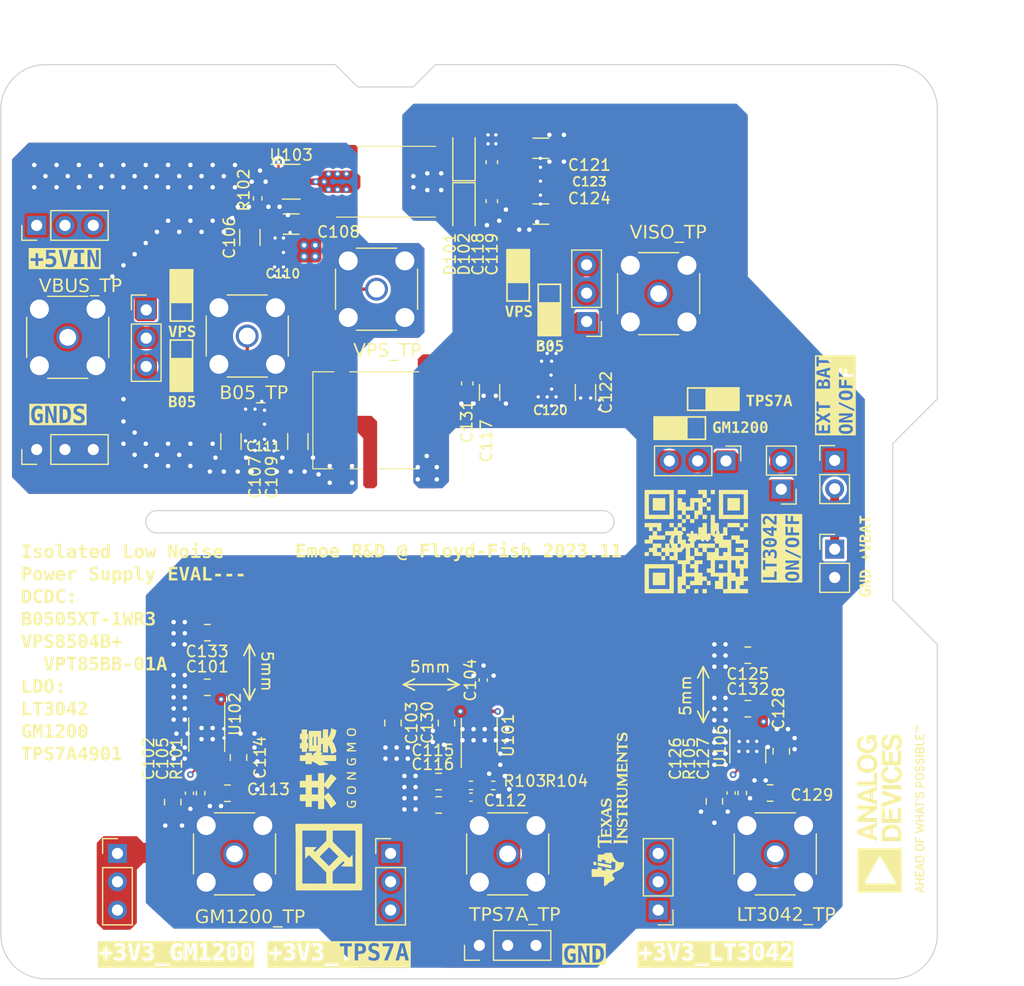
<source format=kicad_pcb>
(kicad_pcb (version 20221018) (generator pcbnew)
  (layers (0 "F.Cu" mixed) (1 "In1.Cu" mixed) (2 "In2.Cu" power) (31 "B.Cu" mixed) (34 "B.Paste" user) (35 "F.Paste" user) (36 "B.SilkS" user "B.Silkscreen") (37 "F.SilkS" user "F.Silkscreen") (38 "B.Mask" user) (39 "F.Mask" user) (44 "Edge.Cuts" user))
  (net 0 "")
  (net 1 "Net-(BT101-+)")
  (net 2 "GND")
  (net 3 "Net-(J103-Pin_1)")
  (net 4 "Net-(U102-SET)")
  (net 5 "Net-(J105-Pin_1)")
  (net 6 "Net-(U101-NR{slash}SS)")
  (net 7 "Net-(J106-Pin_1)")
  (net 8 "GNDS")
  (net 9 "Net-(J106-Pin_3)")
  (net 10 "Net-(J107-In)")
  (net 11 "Net-(J108-In)")
  (net 12 "/+3V3_REG")
  (net 13 "Net-(U101-FB)")
  (net 14 "Net-(J109-In)")
  (net 15 "Net-(U104-VOUT+)")
  (net 16 "Net-(D101-K)")
  (net 17 "Net-(J114-Pin_1)")
  (net 18 "Net-(J114-Pin_3)")
  (net 19 "Net-(J118-Pin_1)")
  (net 20 "Net-(U106-SET)")
  (net 21 "Net-(J116-In)")
  (net 22 "Net-(D101-A)")
  (net 23 "Net-(D102-A)")
  (net 24 "Net-(J101-Pin_1)")
  (net 25 "Net-(U103-CLK)")
  (net 29 "Net-(U103-VD2)")
  (net 30 "Net-(U103-VD1)")
  (net 33 "Net-(J105-Pin_3)")
  (footprint "Connector_Coaxial:SMA_Amphenol_132134_Vertical" (layer "F.Cu") (at 126.7 48.14)
    (fp_text reference "J107" hide)
    (fp_text value "TP")
  )
  (footprint "Connector_PinHeader_2.54mm:PinHeader_1x03_P2.54mm_Vertical" (layer "F.Cu") (at 96.215 62.52 90)
    (fp_text reference "J102" hide)
    (fp_text value "GNDS")
  )
  (footprint "Resistor_SMD:R_0402_1005Metric" (layer "F.Cu") (at 137.17 92.65)
    (fp_text reference "R104")
    (fp_text value "100k")
  )
  (footprint "Package_DFN_QFN:DFN-10-1EP_3x3mm_P0.5mm_EP1.65x2.38mm" (layer "F.Cu") (at 160.000001 89.129999 -90)
    (fp_text reference "U106")
    (fp_text value "LT3042EDD")
  )
  (footprint "Connector_PinHeader_2.54mm:PinHeader_1x02_P2.54mm_Vertical" (layer "F.Cu") (at 167.79 63.5)
    (fp_text reference "J103" hide)
    (fp_text value "VBAT")
  )
  (footprint "Capacitor_SMD:C_0603_1608Metric" (layer "F.Cu") (at 137.04 40.25 -90)
    (fp_text reference "C119")
    (fp_text value "100nF")
  )
  (footprint "MountingHole:MountingHole_3.2mm_M3_DIN965" (layer "F.Cu") (at 173 106)
    (fp_text reference "H103" hide)
    (fp_text value "MH")
  )
  (footprint "Connector_Coaxial:SMA_Amphenol_132134_Vertical" (layer "F.Cu") (at 162.46 98.79 -90)
    (fp_text reference "J116" hide)
    (fp_text value "TP")
  )
  (footprint "Custom Misc:NFM21PC225B0J3D" (layer "F.Cu") (at 141.44 38.5)
    (fp_text reference "C123")
    (fp_text value "NFM21PC225")
  )
  (footprint "Resistor_SMD:R_0402_1005Metric" (layer "F.Cu") (at 116.04 40 90)
    (fp_text reference "R102")
    (fp_text value "N/S")
  )
  (footprint "Capacitor_SMD:C_1206_3216Metric" (layer "F.Cu") (at 119.04 42.3 180)
    (fp_text reference "C108")
    (fp_text value "10uF")
  )
  (footprint "Capacitor_SMD:C_0402_1005Metric" (layer "F.Cu") (at 135.17 93.699999)
    (fp_text reference "C112")
    (fp_text value "10nF")
  )
  (footprint "Connector_Coaxial:SMA_Amphenol_132134_Vertical" (layer "F.Cu") (at 99 52.46)
    (fp_text reference "J104" hide)
    (fp_text value "TP")
  )
  (footprint "Resistor_SMD:R_0402_1005Metric" (layer "F.Cu") (at 110.92 93.35 90)
    (fp_text reference "R101")
    (fp_text value "33k")
  )
  (footprint "Capacitor_SMD:C_0805_2012Metric" (layer "F.Cu") (at 111.52 78.949999 180)
    (fp_text reference "C133")
    (fp_text value "4.7uF")
  )
  (footprint "Capacitor_SMD:C_0805_2012Metric" (layer "F.Cu") (at 160.000001 85.77 180)
    (fp_text reference "C132")
    (fp_text value "4.7uF")
  )
  (footprint "Capacitor_SMD:C_1206_3216Metric" (layer "F.Cu") (at 141.44 41.4 180)
    (fp_text reference "C124")
    (fp_text value "10uF")
  )
  (footprint "Diode_SMD:D_SOD-123F" (layer "F.Cu") (at 134.54 40.800001 -90)
    (fp_text reference "D102")
    (fp_text value "SS14")
  )
  (footprint "Capacitor_SMD:C_0805_2012Metric" (layer "F.Cu") (at 113.32 93.35 180)
    (fp_text reference "C113")
    (fp_text value "4.7uF")
  )
  (footprint "Connector_PinHeader_2.54mm:PinHeader_1x03_P2.54mm_Vertical" (layer "F.Cu") (at 103.46 98.75)
    (fp_text reference "J113" hide)
    (fp_text value "+3V3B")
  )
  (footprint "Capacitor_SMD:C_1206_3216Metric" (layer "F.Cu") (at 113.64 61.8 -90)
    (fp_text reference "C107")
    (fp_text value "10uF")
  )
  (footprint "Capacitor_SMD:C_1206_3216Metric" (layer "F.Cu") (at 136.84 57.4 -90)
    (fp_text reference "C117")
    (fp_text value "10uF")
  )
  (footprint "Connector_Coaxial:SMA_Amphenol_132134_Vertical" (layer "F.Cu") (at 113.96 98.79 -90)
    (fp_text reference "J109" hide)
    (fp_text value "TP")
  )
  (footprint "Capacitor_SMD:C_1206_3216Metric" (layer "F.Cu") (at 141.44 35.5)
    (fp_text reference "C121")
    (fp_text value "10uF")
  )
  (footprint "Custom Misc:NFM21PC225B0J3D" (layer "F.Cu") (at 118.34 44.9)
    (fp_text reference "C110")
    (fp_text value "NFM21PC225")
  )
  (footprint "Capacitor_SMD:C_0805_2012Metric" (layer "F.Cu") (at 128.17 87.05 -90)
    (fp_text reference "C103")
    (fp_text value "4.7uF")
  )
  (footprint "Custom Misc:VPT85XX-0XA" (layer "F.Cu") (at 127.54 38.5)
    (fp_text reference "U105" hide)
    (fp_text value "VPT85BB-01A")
  )
  (footprint "Connector_Coaxial:SMA_Amphenol_132134_Vertical" (layer "F.Cu") (at 152 48.54)
    (fp_text reference "J115" hide)
    (fp_text value "TP")
  )
  (footprint "Connector_PinHeader_2.54mm:PinHeader_1x03_P2.54mm_Vertical" (layer "F.Cu") (at 106.04 49.995)
    (fp_text reference "J106" hide)
    (fp_text value "IN_SW")
  )
  (footprint "Connector_PinHeader_2.54mm:PinHeader_1x03_P2.54mm_Vertical" (layer "F.Cu") (at 158.04 63.54 -90)
    (fp_text reference "J105" hide)
    (fp_text value "IN_SW")
  )
  (footprint "Capacitor_SMD:C_0805_2012Metric" (layer "F.Cu") (at 132.269999 92.3 180)
    (fp_text reference "C115")
    (fp_text value "4.7uF")
  )
  (footprint "Capacitor_SMD:C_0805_2012Metric" (layer "F.Cu") (at 132.97 87.05 -90)
    (fp_text reference "C130")
    (fp_text value "4.7uF")
  )
  (footprint "Capacitor_SMD:C_0603_1608Metric" (layer "F.Cu") (at 134.84 56.6 -90)
    (fp_text reference "C131")
    (fp_text value "100nF")
  )
  (footprint "Custom Misc:NFM21PC225B0J3D" (layer "F.Cu") (at 142.34 55.9)
    (fp_text reference "C120")
    (fp_text value "NFM21PC225")
  )
  (footprint "Capacitor_SMD:C_0805_2012Metric" (layer "F.Cu") (at 157 94.08 -90)
    (fp_text reference "C126")
    (fp_text value "4.7uF")
  )
  (footprint "Connector_Coaxial:SMA_Amphenol_132134_Vertical" (layer "F.Cu") (at 115.1 52.34)
    (fp_text reference "J108" hide)
    (fp_text value "TP")
  )
  (footprint "Capacitor_SMD:C_0805_2012Metric" (layer "F.Cu") (at 162.000002 93.33 180)
    (fp_text reference "C129")
    (fp_text value "4.7uF")
  )
  (footprint "Connector_PinHeader_2.54mm:PinHeader_1x02_P2.54mm_Vertical" (layer "F.Cu") (at 163 66.08 180)
    (fp_text reference "J118" hide)
    (fp_text value "JMP")
  )
  (footprint "Capacitor_SMD:C_0805_2012Metric" (layer "F.Cu") (at 108.420001 94.15 -90)
    (fp_text reference "C102")
    (fp_text value "4.7uF")
  )
  (footprint "Custom_Logo:GongMo_Logo_16mmx7.6mm" (layer "F.Cu") (at 122.2 94.889894 90)
    (fp_text reference "G***" hide)
    (fp_text value "LOGO" hide)
  )
  (footprint "Capacitor_SMD:C_0805_2012Metric" (layer "F.Cu") (at 163 89.58 90)
    (fp_text reference "C128")
    (fp_text value "4.7uF")
  )
  (footprint "Connector_PinHeader_2.54mm:PinHeader_1x03_P2.54mm_Vertical" (layer "F.Cu") (at 145.54 51.04 180)
    (fp_text reference "J114" hide)
    (fp_text value "IN_SW")
  )
  (footprint "Capacitor_SMD:C_1206_3216Metric" (layer "F.Cu") (at 119.64 61.8 -90)
    (fp_text reference "C109")
    (fp_text value "10uF")
  )
  (footprint "Capacitor_SMD:C_1206_3216Metric" (layer "F.Cu") (at 115.34 43.5 90)
    (fp_text reference "C106")
    (fp_text value "10uF")
  )
  (footprint "Resistor_SMD:R_0402_1005Metric" (layer "F.Cu") (at 159.5 93.33 90)
    (fp_text reference "R105")
    (fp_text value "33k")
  )
  (footprint "Connector_PinHeader_2.54mm:PinHeader_1x03_P2.54mm_Vertical" (layer "F.Cu") (at 96.215 42.42 90)
    (fp_text reference "J101" hide)
    (fp_text value "VBUS")
  )
  (footprint "Connector_PinHeader_2.54mm:PinHeader_1x03_P2.54mm_Vertical" (layer "F.Cu") (at 135.920001 107 90)
    (fp_text reference "J112" hide)
    (fp_text value "GND")
  )
  (footprint "Resistor_SMD:R_0402_1005Metric" (layer "F.Cu") (at 135.17 92.65)
    (fp_text reference "R103")
    (fp_text value "180k")
  )
  (footprint "Connector_Coaxial:SMA_Amphenol_132134_Vertical" (layer "F.Cu") (at 138.46 98.79 90)
    (fp_text reference "J110" hide)
    (fp_text value "TP")
  )
  (footprint "Capacitor_SMD:C_0805_2012Metric" (layer "F.Cu") (at 159.999999 80.97 180)
    (fp_text reference "C125")
    (fp_text value "4.7uF")
  )
  (footprint "Connector_PinHeader_2.54mm:PinHeader_1x03_P2.54mm_Vertical" (layer "F.Cu") (at 151.96 103.83 180)
    (fp_text reference "J117" hide)
    (fp_text value "+3V3C")
  )
  (footprint "Capacitor_SMD:C_0402_1005Metric" (layer "F.Cu") (at 136.27 83.2 90)
    (fp_text reference "C104")
    (fp_text value "10nF")
  )
  (footprint "Connector_PinHeader_2.54mm:PinHeader_1x02_P2.54mm_Vertical" (layer "F.Cu") (at 167.79 71.46)
    (fp_text reference "BT101" hide)
    (fp_text value "4V2_14500")
  )
  (footprint "Connector_PinHeader_2.54mm:PinHeader_1x03_P2.54mm_Vertical" (layer "F.Cu") (at 127.96 98.75)
    (fp_text reference "J111" hide)
    (fp_text value "+3V3A")
  )
  (footprint "Custom_Logo:ADI_Logo_15mmx6mm" (layer "F.Cu") (at 172.8 94.8 90)
    (fp_text reference "G***" hide)
    (fp_text value "LOGO" hide)
  )
  (footprint "Custom Misc:NFM21PC225B0J3D" (layer "F.Cu") (at 116.64 60.3)
    (fp_text reference "C111")
    (fp_text value "NFM21PC225")
  )
  (footprint "Capacitor_SMD:C_0805_2012Metric" (layer "F.Cu") (at 132.27 94.4 180)
    (fp_text reference "C116")
    (fp_text value "4.7uF")
  )
  (footprint "Capacitor_SMD:C_0603_1608Metric" (layer "F.Cu") (at 137.04 36.75 90)
    (fp_text reference "C118")
    (fp_text value "100nF")
  )
  (footprint "Custom_Logo:emoe_qrcode_silk_10x10mm" (layer "F.Cu") (at 155.4 70.8)
    (fp_text reference "G***")
    (fp_text value "LOGO" hide)
  )
  (footprint "Diode_SMD:D_SOD-123F" (layer "F.Cu") (at 134.54 36.2 90)
    (fp_text reference "D101")
    (fp_text value "SS14")
  )
  (footprint "Capacitor_SMD:C_0805_2012Metric" (layer "F.Cu") (at 114.32 90.15 90)
    (fp_text reference "C114")
    (fp_text value "4.7uF")
  )
  (footprint "Capacitor_SMD:C_0805_2012Metric" (layer "F.Cu") (at 111.520001 83.85 180)
    (fp_text reference "C101")
    (fp_text value "4.7uF")
  )
  (footprint "Package_TO_SOT_SMD:SOT-23-6" (layer "F.Cu") (at 119.04 38.5)
    (fp_text reference "U103")
    (fp_text value "VPS8504B")
  )
  (footprint "MountingHole:MountingHole_3.2mm_M3_DIN965" (layer "F.Cu") (at 97 32)
    (fp_text reference "H101" hide)
    (fp_text value "MH")
  )
  (footprint "MountingHole:MountingHole_3.2mm_M3_DIN965" (layer "F.Cu") (at 173 32)
    (fp_text reference "H102" hide)
    (fp_text value "MH")
  )
  (footprint "Package_SO:MSOP-8-1EP_3x3mm_P0.65mm_EP1.95x2.15mm" (layer "F.Cu") (at 135.91 88.16 90)
    (fp_text reference "U101")
    (fp_text value "TPS7A4901")
  )
  (footprint "Capacitor_SMD:C_0402_1005Metric" (layer "F.Cu") (at 158.5 93.33 -90)
    (fp_text reference "C127")
    (fp_text value "0.47uF")
  )
  (footprint "Custom Misc:B0505XT-1W" (layer "F.Cu") (at 127.44 59.9)
    (fp_text reference "U104" hide)
    (fp_text value "B0505XT-1WR3")
  )
  (footprint "Package_SO:MSOP-10-1EP_3x3mm_P0.5mm_EP1.68x1.88mm" (layer "F.Cu") (at 111.47 88.1 -90)
    (fp_text reference "U102")
    (fp_text value "GM1200")
  )
  (footprint "MountingHole:MountingHole_3.2mm_M3_DIN965" (layer "F.Cu") (at 97 106)
    (fp_text reference "H104" hide)
    (fp_text value "MH")
  )
  (footprint "Custom_Logo:TI_Logo_15mm_4.5mm" (layer "F.Cu") (at 147.602257 94.799148 90)
    (fp_text reference "G***" hide)
    (fp_text value "LOGO" hide)
  )
  (footprint "Capacitor_SMD:C_1206_3216Metric" (layer "F.Cu") (at 145.44 57.4 -90)
    (fp_text reference "C122")
    (fp_text value "10uF")
  )
  (footprint "Capacitor_SMD:C_0402_1005Metric" (layer "F.Cu") (at 109.92 93.35 -90)
    (fp_text reference "C105")
    (fp_text value "0.47uF")
  )
  (gr_line (start 115.3 80) (end 114.8 81) (stroke (width 0.15)) (layer "F.SilkS"))
  (gr_line (start 138.4 44.6) (end 140.4 44.6) (stroke (width 0.15)) (layer "F.SilkS"))
  (gr_line (start 156.2 61.600001) (end 151.6 61.6) (stroke (width 0.15)) (layer "F.SilkS"))
  (gr_line (start 115.3 85) (end 115.8 84) (stroke (width 0.15)) (layer "F.SilkS"))
  (gr_line (start 156 87) (end 155.5 86) (stroke (width 0.15)) (layer "F.SilkS"))
  (gr_line (start 143.2 52.3) (end 141.2 52.300001) (stroke (width 0.15)) (layer "F.SilkS"))
  (gr_line (start 151.6 59.6) (end 156.2 59.6) (stroke (width 0.15)) (layer "F.SilkS"))
  (gr_line (start 156 82) (end 155.5 83) (stroke (width 0.15)) (layer "F.SilkS"))
  (gr_line (start 129.1 83.6) (end 134.1 83.6) (stroke (width 0.15)) (layer "F.SilkS"))
  (gr_line (start 156 87) (end 156.5 86) (stroke (width 0.15)) (layer "F.SilkS"))
  (gr_line (start 159.2 57) (end 159.200001 59) (stroke (width 0.15)) (layer "F.SilkS"))
  (gr_line (start 141.2 52.300001) (end 141.2 47.699999) (stroke (width 0.15)) (layer "F.SilkS"))
  (gr_line (start 110.2 52.7) (end 110.2 57.3) (stroke (width 0.15)) (layer "F.SilkS"))
  (gr_line (start 110.2 46.4) (end 110.2 51) (stroke (width 0.15)) (layer "F.SilkS"))
  (gr_line (start 141.2 47.699999) (end 143.2 47.7) (stroke (width 0.15)) (layer "F.SilkS"))
  (gr_line (start 129.1 83.6) (end 130.1 83.1) (stroke (width 0.15)) (layer "F.SilkS"))
  (gr_line (start 156 87) (end 156 82) (stroke (width 0.15)) (layer "F.SilkS"))
  (gr_line (start 110.2 57.3) (end 108.2 57.300001) (stroke (width 0.15)) (layer "F.SilkS"))
  (gr_line (start 108.2 57.300001) (end 108.2 52.699999) (stroke (width 0.15)) (layer "F.SilkS"))
  (gr_line (start 140.4 44.6) (end 140.4 49.2) (stroke (width 0.15)) (layer "F.SilkS"))
  (gr_line (start 159.200001 59) (end 154.6 59) (stroke (width 0.15)) (layer "F.SilkS"))
  (gr_line (start 156.2 59.6) (end 156.2 61.600001) (stroke (width 0.15)) (layer "F.SilkS"))
  (gr_line (start 154.6 57) (end 159.2 57) (stroke (width 0.15)) (layer "F.SilkS"))
  (gr_line (start 108.2 52.699999) (end 110.2 52.7) (stroke (width 0.15)) (layer "F.SilkS"))
  (gr_line (start 156 82) (end 156.5 83) (stroke (width 0.15)) (layer "F.SilkS"))
  (gr_line (start 115.3 80) (end 115.8 81) (stroke (width 0.15)) (layer "F.SilkS"))
  (gr_line (start 134.1 83.6) (end 133.1 83.1) (stroke (width 0.15)) (layer "F.SilkS"))
  (gr_line (start 140.4 49.2) (end 138.4 49.2) (stroke (width 0.15)) (layer "F.SilkS"))
  (gr_line (start 154.6 59) (end 154.6 57) (stroke (width 0.15)) (layer "F.SilkS"))
  (gr_line (start 108.2 51) (end 108.2 46.4) (stroke (width 0.15)) (layer "F.SilkS"))
  (gr_line (start 151.6 61.6) (end 151.6 59.6) (stroke (width 0.15)) (layer "F.SilkS"))
  (gr_line (start 129.1 83.6) (end 130.1 84.1) (stroke (width 0.15)) (layer "F.SilkS"))
  (gr_line (start 134.1 83.6) (end 133.1 84.1) (stroke (width 0.15)) (layer "F.SilkS"))
  (gr_line (start 110.2 51) (end 108.2 51) (stroke (width 0.15)) (layer "F.SilkS"))
  (gr_line (start 108.2 46.4) (end 110.2 46.4) (stroke (width 0.15)) (layer "F.SilkS"))
  (gr_line (start 143.2 47.7) (end 143.2 52.3) (stroke (width 0.15)) (layer "F.SilkS"))
  (gr_line (start 115.3 80) (end 115.3 85) (stroke (width 0.15)) (layer "F.SilkS"))
  (gr_line (start 138.4 49.2) (end 138.4 44.6) (stroke (width 0.15)) (layer "F.SilkS"))
  (gr_line (start 115.3 85) (end 114.8 84) (stroke (width 0.15)) (layer "F.SilkS"))
  (gr_arc (start 177 106) (mid 175.828427 108.828427) (end 173 110) (stroke (width 0.1)) (layer "Edge.Cuts"))
  (gr_arc (start 107 70) (mid 106 69) (end 107 68) (stroke (width 0.1)) (layer "Edge.Cuts"))
  (gr_line (start 123 28) (end 125 30) (stroke (width 0.1)) (layer "Edge.Cuts"))
  (gr_line (start 130 30) (end 132 28) (stroke (width 0.1)) (layer "Edge.Cuts"))
  (gr_arc (start 93 32) (mid 94.171573 29.171573) (end 97 28) (stroke (width 0.1)) (layer "Edge.Cuts"))
  (gr_arc (start 147 68) (mid 148 69) (end 147 70) (stroke (width 0.1)) (layer "Edge.Cuts"))
  (gr_line (start 177 80) (end 177 106) (stroke (width 0.1)) (layer "Edge.Cuts"))
  (gr_line (start 107 68) (end 147 68) (stroke (width 0.1)) (layer "Edge.Cuts"))
  (gr_arc (start 173 28) (mid 175.828427 29.171573) (end 177 32) (stroke (width 0.1)) (layer "Edge.Cuts"))
  (gr_line (start 173 62) (end 173 76) (stroke (width 0.1)) (layer "Edge.Cuts"))
  (gr_line (start 125 30) (end 130 30) (stroke (width 0.1)) (layer "Edge.Cuts"))
  (gr_line (start 97 28) (end 123 28) (stroke (width 0.1)) (layer "Edge.Cuts"))
  (gr_line (start 132 28) (end 173 28) (stroke (width 0.1)) (layer "Edge.Cuts"))
  (gr_line (start 93 32) (end 93 61) (stroke (width 0.1)) (layer "Edge.Cuts"))
  (gr_arc (start 97 110) (mid 94.171573 108.828427) (end 93 106) (stroke (width 0.1)) (layer "Edge.Cuts"))
  (gr_line (start 93 61) (end 93 106) (stroke (width 0.1)) (layer "Edge.Cuts"))
  (gr_line (start 173 76) (end 177 80) (stroke (width 0.1)) (layer "Edge.Cuts"))
  (gr_line (start 173 110) (end 145 110) (stroke (width 0.1)) (layer "Edge.Cuts"))
  (gr_line (start 107 70) (end 147 70) (stroke (width 0.1)) (layer "Edge.Cuts"))
  (gr_line (start 177 32) (end 177 58) (stroke (width 0.1)) (layer "Edge.Cuts"))
  (gr_line (start 177 58) (end 173 62) (stroke (width 0.1)) (layer "Edge.Cuts"))
  (gr_line (start 145 110) (end 97 110) (stroke (width 0.1)) (layer "Edge.Cuts"))
  (gr_text "5mm" (at 116.3 80.5 -90) (layer "F.SilkS") (effects (font (size 1 1)) (justify left bottom)))
  (gr_text "Emoe R&D @ Floyd-Fish 2023.11" (at 119.4 72.4) (layer "F.SilkS") (effects (font (size 1.2 1.2) (thickness 0.2) bold) (justify left bottom)))
  (gr_text "VPS_TP" (at 124.6 54.4) (layer "F.SilkS") (effects (font (size 1.2 1.2)) (justify left bottom)))
  (gr_text "LT3042_TP" (at 159 105) (layer "F.SilkS") (effects (font (size 1.2 1.2)) (justify left bottom)))
  (gr_text "VBUS_TP" (at 96.4 48.6) (layer "F.SilkS") (effects (font (size 1.2 1.2)) (justify left bottom)))
  (gr_text "TPS7A" (at 159.8 58.8) (layer "F.SilkS") (effects (font (size 1 1) (thickness 0.2) bold) (justify left bottom)))
  (gr_text "Isolated Low Noise\nPower Supply EVAL---\nDCDC:\nB0505XT-1WR3\nVPS8504B+\n  VPT85BB-01A\nLDO:\nLT3042\nGM1200\nTPS7A4901" (at 94.8 90.6) (layer "F.SilkS") (effects (font (size 1.2 1.2) (thickness 0.2) bold) (justify left bottom)))
  (gr_text "+3V3_TPS7A" (at 117 108.6) (layer "F.SilkS" knockout) (effects (font (size 1.5 1.5) (thickness 0.2) bold) (justify left bottom)))
  (gr_text "GND" (at 171.2 75.8 90) (layer "F.SilkS") (effects (font (size 1 1) (thickness 0.2) bold) (justify left bottom)))
  (gr_text "5mm" (at 155 86.5 90) (layer "F.SilkS") (effects (font (size 1 1)) (justify left bottom)))
  (gr_text "+VBAT" (at 171.2 72.6 90) (layer "F.SilkS") (effects (font (size 1 1) (thickness 0.2) bold) (justify left bottom)))
  (gr_text "B05" (at 141 53.9) (layer "F.SilkS") (effects (font (size 1 1) (thickness 0.2) bold) (justify left bottom)))
  (gr_text "GM1200_TP" (at 110.4 105.2) (layer "F.SilkS") (effects (font (size 1.2 1.2)) (justify left bottom)))
  (gr_text "5mm" (at 129.6 82.6) (layer "F.SilkS") (effects (font (size 1 1)) (justify left bottom)))
  (gr_text "GND" (at 143.4 108.8) (layer "F.SilkS" knockout) (effects (font (size 1.5 1.5) (thickness 0.2) bold) (justify left bottom)))
  (gr_text "VISO_TP" (at 149.4 43.8) (layer "F.SilkS") (effects (font (size 1.2 1.2)) (justify left bottom)))
  (gr_text "EXT BAT\nON/OFF" (at 169.6 61.2 90) (layer "F.SilkS" knockout) (effects (font (size 1.2 1.2) (thickness 0.2) bold) (justify left bottom)))
  (gr_text "+5VIN" (at 95.6 46.4) (layer "F.SilkS" knockout) (effects (font (size 1.5 1.5) (thickness 0.2) bold) (justify left bottom)))
  (gr_text "LT3042\nON/OFF" (at 164.8 74.4 90) (layer "F.SilkS" knockout) (effects (font (size 1.2 1.2) (thickness 0.2) bold) (justify left bottom)))
  (gr_text "B05" (at 108 58.9) (layer "F.SilkS") (effects (font (size 1 1) (thickness 0.2) bold) (justify left bottom)))
  (gr_text "GM1200" (at 156.8 61.2) (layer "F.SilkS") (effects (font (size 1 1) (thickness 0.2) bold) (justify left bottom)))
  (gr_text "VPS" (at 138.2 50.8) (layer "F.SilkS") (effects (font (size 1 1) (thickness 0.2) bold) (justify left bottom)))
  (gr_text "B05_TP" (at 112.6 58.2) (layer "F.SilkS") (effects (font (size 1.2 1.2)) (justify left bottom)))
  (gr_text "VPS" (at 108 52.6) (layer "F.SilkS") (effects (font (size 1 1) (thickness 0.2) bold) (justify left bottom)))
  (gr_text "TPS7A_TP" (at 135 105) (layer "F.SilkS") (effects (font (size 1.2 1.2)) (justify left bottom)))
  (gr_text "+3V3_GM1200" (at 101.8 108.6) (layer "F.SilkS" knockout) (effects (font (size 1.5 1.5) (thickness 0.2) bold) (justify left bottom)))
  (gr_text "+3V3_LT3042" (at 150.2 108.6) (layer "F.SilkS" knockout) (effects (font (size 1.5 1.5) (thickness 0.2) bold) (justify left bottom)))
  (gr_text "GNDS" (at 95.6 60.4) (layer "F.SilkS" knockout) (effects (font (size 1.5 1.5) (thickness 0.2) bold) (justify left bottom)))
  (segment (start 167.79 66.04) (end 167.79 71.46) (width 0.8) (layer "F.Cu") (net 1))
  (via (at 107.75 96.25) (size 0.8) (drill 0.4) (layers "F.Cu" "B.Cu") (net 2))
  (via (at 142.8 57.8) (size 0.603) (drill 0.301) (layers "F.Cu" "B.Cu") (net 2))
  (via (at 129.2 91.8) (size 0.8) (drill 0.4) (layers "F.Cu" "B.Cu") (net 2))
  (via (at 158 82) (size 0.8) (drill 0.4) (layers "F.Cu" "B.Cu") (net 2))
  (via (at 138.2 91.8) (size 0.8) (drill 0.4) (layers "F.Cu" "B.Cu") (net 2))
  (via (at 146.7 58.9) (size 0.603) (drill 0.301) (layers "F.Cu" "B.Cu") (net 2))
  (via (at 130 39) (size 0.8) (drill 0.4) (layers "F.Cu" "B.Cu") (net 2))
  (via (at 138.4 88.6) (size 0.8) (drill 0.4) (layers "F.Cu" "B.Cu") (net 2))
  (via (at 142 53.9) (size 0.603) (drill 0.301) (layers "F.Cu" "B.Cu") (net 2))
  (via (at 116 90.5) (size 0.8) (drill 0.4) (layers "F.Cu" "B.Cu") (net 2))
  (via (at 137.4 35.1) (size 0.603) (drill 0.301) (layers "F.Cu" "B.Cu") (net 2))
  (via (at 142.4 58.6) (size 0.603) (drill 0.301) (layers "F.Cu" "B.Cu") (net 2))
  (via (at 132.1 65.2) (size 0.8) (drill 0.4) (layers "F.Cu" "B.Cu") (net 2))
  (via (at 108.5 83.75) (size 0.8) (drill 0.4) (layers "F.Cu" "B.Cu") (net 2))
  (via (at 157 82) (size 0.8) (drill 0.4) (layers "F.Cu" "B.Cu") (net 2))
  (via (at 129.2 94.8) (size 0.8) (drill 0.4) (layers "F.Cu" "B.Cu") (net 2))
  (via (at 132.75 89) (size 0.8) (drill 0.4) (layers "F.Cu" "B.Cu") (net 2))
  (via (at 112.75 94.5) (size 0.8) (drill 0.4) (layers "F.Cu" "B.Cu") (net 2))
  (via (at 157 88.8) (size 0.8) (drill 0.4) (layers "F.Cu" "B.Cu") (net 2))
  (via (at 130 38) (size 0.8) (drill 0.4) (layers "F.Cu" "B.Cu") (net 2))
  (via (at 108.75 88) (size 0.8) (drill 0.4) (layers "F.Cu" "B.Cu") (net 2))
  (via (at 128.5 90.25) (size 0.8) (drill 0.4) (layers "F.Cu" "B.Cu") (net 2))
  (via (at 145.9 57.9) (size 0.603) (drill 0.301) (layers "F.Cu" "B.Cu") (net 2))
  (via (at 135.4 87.6) (size 0.8) (drill 0.4) (layers "F.Cu" "B.Cu") (net 2))
  (via (at 141.4 36.4) (size 0.603) (drill 0.301) (layers "F.Cu" "B.Cu") (net 2))
  (via (at 115.75 88) (size 0.8) (drill 0.4) (layers "F.Cu" "B.Cu") (net 2))
  (via (at 108.5 78) (size 0.8) (drill 0.4) (layers "F.Cu" "B.Cu") (net 2))
  (via (at 145 57.9) (size 0.603) (drill 0.301) (layers "F.Cu" "B.Cu") (net 2))
  (via (at 158.2 95) (size 0.8) (drill 0.4) (layers "F.Cu" "B.Cu") (net 2))
  (via (at 164.2 89.4) (size 0.8) (drill 0.4) (layers "F.Cu" "B.Cu") (net 2))
  (via (at 157 87.8) (size 0.8) (drill 0.4) (layers "F.Cu" "B.Cu") (net 2))
  (via (at 136.3 57.7) (size 0.8) (drill 0.4) (layers "F.Cu" "B.Cu") (net 2))
  (via (at 116 93) (size 0.8) (drill 0.4) (layers "F.Cu" "B.Cu") (net 2))
  (via (at 160.6 92.2) (size 0.8) (drill 0.4) (layers "F.Cu" "B.Cu") (net 2))
  (via (at 157 85.8) (size 0.8) (drill 0.4) (layers "F.Cu" "B.Cu") (net 2))
  (via (at 131.75 88.75) (size 0.8) (drill 0.4) (layers "F.Cu" "B.Cu") (net 2))
  (via (at 163.6 87.6) (size 0.8) (drill 0.4) (layers "F.Cu" "B.Cu") (net 2))
  (via (at 109.5 86.75) (size 0.8) (drill 0.4) (layers "F.Cu" "B.Cu") (net 2))
  (via (at 158 85.8) (size 0.8) (drill 0.4) (layers "F.Cu" "B.Cu") (net 2))
  (via (at 109.5 82.75) (size 0.8) (drill 0.4) (layers "F.Cu" "B.Cu") (net 2))
  (via (at 109.5 85.75) (size 0.8) (drill 0.4) (layers "F.Cu" "B.Cu") (net 2))
  (via (at 141.4 39.7) (size 0.603) (drill 0.301) (layers "F.Cu" "B.Cu") (net 2))
  (via (at 112 87.5) (size 0.8) (drill 0.4) (layers "F.Cu" "B.Cu") (net 2))
  (via (at 138.3 41) (size 0.8) (drill 0.4) (layers "F.Cu" "B.Cu") (net 2))
  (via (at 135.4 58.4) (size 0.8) (drill 0.4) (layers "F.Cu" "B.Cu") (net 2))
  (via (at 137.8 90.8) (size 0.8) (drill 0.4) (layers "F.Cu" "B.Cu") (net 2))
  (via (at 142.4 53.1) (size 0.603) (drill 0.301) (layers "F.Cu" "B.Cu") (net 2))
  (via (at 158 88.8) (size 0.8) (drill 0.4) (layers "F.Cu" "B.Cu") (net 2))
  (via (at 113.02 88.4) (size 0.603) (drill 0.301) (layers "F.Cu" "B.Cu") (net 2))
  (via (at 141.5 53.1) (size 0.603) (drill 0.301) (layers "F.Cu" "B.Cu") (net 2))
  (via (at 113 87.57) (size 0.603) (drill 0.301) (layers "F.Cu" "B.Cu") (net 2))
  (via (at 158 89.8) (size 0.8) (drill 0.4) (layers "F.Cu" "B.Cu") (net 2))
  (via (at 137.6 93.6) (size 0.8) (drill 0.4) (layers "F.Cu" "B.Cu") (net 2))
  (via (at 138.3 58.4) (size 0.8) (drill 0.4) (layers "F.Cu" "B.Cu") (net 2))
  (via (at 141.5 58.6) (size 0.603) (drill 0.301) (layers "F.Cu" "B.Cu") (net 2))
  (via (at 160 88.7) (size 0.603) (drill 0.301) (layers "F.Cu" "B.Cu") (net 2))
  (via (at 109.5 90.25) (size 0.8) (drill 0.4) (layers "F.Cu" "B.Cu") (net 2))
  (via (at 109.5 78) (size 0.8) (drill 0.4) (layers "F.Cu" "B.Cu") (net 2))
  (via (at 158 86.8) (size 0.8) (drill 0.4) (layers "F.Cu" "B.Cu") (net 2))
  (via (at 114.5 88) (size 0.8) (drill 0.4) (layers "F.Cu" "B.Cu") (net 2))
  (via (at 127.5 90.25) (size 0.8) (drill 0.4) (layers "F.Cu" "B.Cu") (net 2))
  (via (at 142.35 55.85) (size 0.603) (drill 0.301) (layers "F.Cu" "B.Cu") (net 2))
  (via (at 157 80) (size 0.8) (drill 0.4) (layers "F.Cu" "B.Cu") (net 2))
  (via (at 109.5 79) (size 0.8) (drill 0.4) (layers "F.Cu" "B.Cu") (net 2))
  (via (at 137.2 82.8) (size 0.8) (drill 0.4) (layers "F.Cu" "B.Cu") (net 2))
  (via (at 157 84.8) (size 0.8) (drill 0.4) (layers "F.Cu" "B.Cu") (net 2))
  (via (at 159.228287 88.714184) (size 0.603) (drill 0.301) (layers "F.Cu" "B.Cu") (net 2))
  (via (at 110 94.75) (size 0.8) (drill 0.4) (layers "F.Cu" "B.Cu") (net 2))
  (via (at 136.4 87.6) (size 0.8) (drill 0.4) (layers "F.Cu" "B.Cu") (net 2))
  (via (at 158 87.8) (size 0.8) (drill 0.4) (layers "F.Cu" "B.Cu") (net 2))
  (via (at 137.4 87.6) (size 0.8) (drill 0.4) (layers "F.Cu" "B.Cu") (net 2))
  (via (at 109.5 84.75) (size 0.8) (drill 0.4) (layers "F.Cu" "B.Cu") (net 2))
  (via (at 108.5 80) (size 0.8) (drill 0.4) (layers "F.Cu" "B.Cu") (net 2))
  (via (at 131.25 39.25) (size 0.8) (drill 0.4) (layers "F.Cu" "B.Cu") (net 2))
  (via (at 109.25 96.25) (size 0.8) (drill 0.4) (layers "F.Cu" "B.Cu") (net 2))
  (via (at 141.2 57.8) (size 0.603) (drill 0.301) (layers "F.Cu" "B.Cu") (net 2))
  (via (at 108.5 86.75) (size 0.8) (drill 0.4) (layers "F.Cu" "B.Cu") (net 2))
  (via (at 143.5 36.7) (size 0.8) (drill 0.4) (layers "F.Cu" "B.Cu") (net 2))
  (via (at 132.5 39.25) (size 0.8) (drill 0.4) (layers "F.Cu" "B.Cu") (net 2))
  (via (at 137.4 34.3) (size 0.603) (drill 0.301) (layers "F.Cu" "B.Cu") (net 2))
  (via (at 159.2 89.6) (size 0.603) (drill 0.301) (layers "F.Cu" "B.Cu") (net 2))
  (via (at 142.4 57.1) (size 0.603) (drill 0.301) (layers "F.Cu" "B.Cu") (net 2))
  (via (at 132.5 37.75) (size 0.8) (drill 0.4) (layers "F.Cu" "B.Cu") (net 2))
  (via (at 157 96) (size 0.8) (drill 0.4) (layers "F.Cu" "B.Cu") (net 2))
  (via (at 137.8 89.8) (size 0.8) (drill 0.4) (layers "F.Cu" "B.Cu") (net 2))
  (via (at 108.5 79) (size 0.8) (drill 0.4) (layers "F.Cu" "B.Cu") (net 2))
  (via (at 141.4 37.2) (size 0.603) (drill 0.301) (layers "F.Cu" "B.Cu") (net 2))
  (via (at 131.75 87.75) (size 0.8) (drill 0.4) (layers "F.Cu" "B.Cu") (net 2))
  (via (at 112 88.5) (size 0.8) (drill 0.4) (layers "F.Cu" "B.Cu") (net 2))
  (via (at 130.2 93.8) (size 0.8) (drill 0.4) (layers "F.Cu" "B.Cu") (net 2))
  (via (at 130.2 92.8) (size 0.8) (drill 0.4) (layers "F.Cu" "B.Cu") (net 2))
  (via (at 143.5 34.3) (size 0.8) (drill 0.4) (layers "F.Cu" "B.Cu") (net 2))
  (via (at 129.5 89.25) (size 0.8) (drill 0.4) (layers "F.Cu" "B.Cu") (net 2))
  (via (at 164.2 88.4) (size 0.8) (drill 0.4) (layers "F.Cu" "B.Cu") (net 2))
  (via (at 134.4 88.6) (size 0.8) (drill 0.4) (layers "F.Cu" "B.Cu") (net 2))
  (via (at 135.4 88.6) (size 0.8) (drill 0.4) (layers "F.Cu" "B.Cu") (net 2))
  (via (at 140.4 42.8) (size 0.8) (drill 0.4) (layers "F.Cu" "B.Cu") (net 2))
  (via (at 141.4 40.5) (size 0.603) (drill 0.301) (layers "F.Cu" "B.Cu") (net 2))
  (via (at 137.4 57.7) (size 0.8) (drill 0.4) (layers "F.Cu" "B.Cu") (net 2))
  (via (at 157 90.8) (size 0.8) (drill 0.4) (layers "F.Cu" "B.Cu") (net 2))
  (via (at 160.8 88.7) (size 0.603) (drill 0.301) (layers "F.Cu" "B.Cu") (net 2))
  (via (at 142.8 53.9) (size 0.603) (drill 0.301) (layers "F.Cu" "B.Cu") (net 2))
  (via (at 129.2 93.8) (size 0.8) (drill 0.4) (layers "F.Cu" "B.Cu") (net 2))
  (via (at 158 80) (size 0.8) (drill 0.4) (layers "F.Cu" "B.Cu") (net 2))
  (via (at 157 86.8) (size 0.8) (drill 0.4) (layers "F.Cu" "B.Cu") (net 2))
  (via (at 111 87.5) (size 0.8) (drill 0.4) (layers "F.Cu" "B.Cu") (net 2))
  (via (at 142.2 36.7) (size 0.8) (drill 0.4) (layers "F.Cu" "B.Cu") (net 2))
  (via (at 160.8 89.6) (size 0.603) (drill 0.301) (layers "F.Cu" "B.Cu") (net 2))
  (via (at 128.5 89.25) (size 0.8) (drill 0.4) (layers "F.Cu" "B.Cu") (net 2))
  (via (at 137.7 42) (size 0.8) (drill 0.4) (layers "F.Cu" "B.Cu") (net 2))
  (via (at 109.5 83.75) (size 0.8) (drill 0.4) (layers "F.Cu" "B.Cu") (net 2))
  (via (at 142.2 34.3) (size 0.8) (drill 0.4) (layers "F.Cu" "B.Cu") (net 2))
  (via (at 158 90.8) (size 0.8) (drill 0.4) (layers "F.Cu" "B.Cu") (net 2))
  (via (at 155.8 95) (size 0.8) (drill 0.4) (layers "F.Cu" "B.Cu") (net 2))
  (via (at 138.6 93) (size 0.8) (drill 0.4) (layers "F.Cu" "B.Cu") (net 2))
  (via (at 136.7 35.1) (size 0.603) (drill 0.301) (layers "F.Cu" "B.Cu") (net 2))
  (via (at 136.8 91.6) (size 0.8) (drill 0.4) (layers "F.Cu" "B.Cu") (net 2))
  (via (at 131.2 63.1) (size 0.8) (drill 0.4) (layers "F.Cu" "B.Cu") (net 2))
  (via (at 139.5 42.8) (size 0.8) (drill 0.4) (layers "F.Cu" "B.Cu") (net 2))
  (via (at 129.5 90.25) (size 0.8) (drill 0.4) (layers "F.Cu" "B.Cu") (net 2))
  (via (at 129.2 92.8) (size 0.8) (drill 0.4) (layers "F.Cu" "B.Cu") (net 2))
  (via (at 161.8 89.2) (size 0.8) (drill 0.4) (layers "F.Cu" "B.Cu") (net 2))
  (via (at 108.5 89.25) (size 0.8) (drill 0.4) (layers "F.Cu" "B.Cu") (net 2))
  (via (at 108.5 90.25) (size 0.8) (drill 0.4) (layers "F.Cu" "B.Cu") (net 2))
  (via (at 131.25 37.75) (size 0.8) (drill 0.4) (layers "F.Cu" "B.Cu") (net 2))
  (via (at 130.4 65.2) (size 0.8) (drill 0.4) (layers "F.Cu" "B.Cu") (net 2))
  (via (at 115.75 89.25) (size 0.8) (drill 0.4) (layers "F.Cu" "B.Cu") (net 2))
  (via (at 136.6 42.4) (size 0.8) (drill 0.4) (layers "F.Cu" "B.Cu") (net 2))
  (via (at 162.6 87.6) (size 0.8) (drill 0.4) (layers "F.Cu" "B.Cu") (net 2))
  (via (at 127.5 89.25) (size 0.8) (drill 0.4) (layers "F.Cu" "B.Cu") (net 2))
  (via (at 109.5 89.25) (size 0.8) (drill 0.4) (layers "F.Cu" "B.Cu") (net 2))
  (via (at 141.5 54.6) (size 0.603) (drill 0.301) (layers "F.Cu" "B.Cu") (net 2))
  (via (at 157 81) (size 0.8) (drill 0.4) (layers "F.Cu" "B.Cu") (net 2))
  (via (at 111.75 94.5) (size 0.8) (drill 0.4) (layers "F.Cu" "B.Cu") (net 2))
  (via (at 158 84.8) (size 0.8) (drill 0.4) (layers "F.Cu" "B.Cu") (net 2))
  (via (at 146.7 58.1) (size 0.603) (drill 0.301) (layers "F.Cu" "B.Cu") (net 2))
  (via (at 160 89.6) (size 0.603) (drill 0.301) (layers "F.Cu" "B.Cu") (net 2))
  (via (at 161.6 92.2) (size 0.8) (drill 0.4) (layers "F.Cu" "B.Cu") (net 2))
  (via (at 141.4 38.45) (size 0.603) (drill 0.301) (layers "F.Cu" "B.Cu") (net 2))
  (via (at 141.1 42.1) (size 0.8) (drill 0.4) (layers "F.Cu" "B.Cu") (net 2))
  (via (at 138.4 87.6) (size 0.8) (drill 0.4) (layers "F.Cu" "B.Cu") (net 2))
  (via (at 142.4 54.6) (size 0.603) (drill 0.301) (layers "F.Cu" "B.Cu") (net 2))
  (via (at 142 57.8) (size 0.603) (drill 0.301) (layers "F.Cu" "B.Cu") (net 2))
  (via (at 108.5 82.75) (size 0.8) (drill 0.4) (layers "F.Cu" "B.Cu") (net 2))
  (via (at 108.5 84.75) (size 0.8) (drill 0.4) (layers "F.Cu" "B.Cu") (net 2))
  (via (at 135.4 82.8) (size 0.8) (drill 0.4) (layers "F.Cu" "B.Cu") (net 2))
  (via (at 136.3 81.9) (size 0.8) (drill 0.4) (layers "F.Cu" "B.Cu") (net 2))
  (via (at 158 81) (size 0.8) (drill 0.4) (layers "F.Cu" "B.Cu") (net 2))
  (via (at 157 89.8) (size 0.8) (drill 0.4) (layers "F.Cu" "B.Cu") (net 2))
  (via (at 111 88.5) (size 0.8) (drill 0.4) (layers "F.Cu" "B.Cu") (net 2))
  (via (at 136.7 34.3) (size 0.603) (drill 0.301) (layers "F.Cu" "B.Cu") (net 2))
  (via (at 143.3 58.6) (size 0.603) (drill 0.301) (layers "F.Cu" "B.Cu") (net 2))
  (via (at 116 91.75) (size 0.8) (drill 0.4) (layers "F.Cu" "B.Cu") (net 2))
  (via (at 134.3 58.4) (size 0.8) (drill 0.4) (layers "F.Cu" "B.Cu") (net 2))
  (via (at 130.2 91.8) (size 0.8) (drill 0.4) (layers "F.Cu" "B.Cu") (net 2))
  (via (at 134.4 87.6) (size 0.8) (drill 0.4) (layers "F.Cu" "B.Cu") (net 2))
  (via (at 109.5 80) (size 0.8) (drill 0.4) (layers "F.Cu" "B.Cu") (net 2))
  (via (at 109.75 88) (size 0.8) (drill 0.4) (layers "F.Cu" "B.Cu") (net 2))
  (via (at 130.2 94.8) (size 0.8) (drill 0.4) (layers "F.Cu" "B.Cu") (net 2))
  (via (at 132.1 64.1) (size 0.8) (drill 0.4) (layers "F.Cu" "B.Cu") (net 2))
  (via (at 137.4 88.6) (size 0.8) (drill 0.4) (layers "F.Cu" "B.Cu") (net 2))
  (via (at 108.5 85.75) (size 0.8) (drill 0.4) (layers "F.Cu" "B.Cu") (net 2))
  (via (at 160.2 93.8) (size 0.8) (drill 0.4) (layers "F.Cu" "B.Cu") (net 2))
  (via (at 136.4 88.6) (size 0.8) (drill 0.4) (layers "F.Cu" "B.Cu") (net 2))
  (via (at 130.4 64.1) (size 0.8) (drill 0.4) (layers "F.Cu" "B.Cu") (net 2))
  (segment (start 109.95 92.84) (end 109.92 92.87) (width 0.2) (layer "F.Cu") (net 4))
  (segment (start 110.92 92.84) (end 109.95 92.84) (width 0.2) (layer "F.Cu") (net 4))
  (segment (start 110.97 90.25) (end 110.97 92.79) (width 0.2) (layer "F.Cu") (net 4))
  (segment (start 109.92 92.87) (end 108.750001 92.87) (width 0.2) (layer "F.Cu") (net 4))
  (segment (start 110.97 92.79) (end 110.92 92.84) (width 0.2) (layer "F.Cu") (net 4))
  (segment (start 108.750001 92.87) (end 108.420001 93.2) (width 0.2) (layer "F.Cu") (net 4))
  (segment (start 136.885 86.01) (end 137.57 86.01) (width 0.3) (layer "F.Cu") (net 5))
  (via (at 134.22 86.01) (size 0.603) (drill 0.301) (layers "F.Cu" "B.Cu") (net 5))
  (via (at 137.57 86.01) (size 0.603) (drill 0.301) (layers "F.Cu" "B.Cu") (net 5))
  (segment (start 136.235 83.715) (end 136.27 83.68) (width 0.2) (layer "F.Cu") (net 6))
  (segment (start 136.235 86.01) (end 136.235 83.715) (width 0.2) (layer "F.Cu") (net 6))
  (via (at 104 62) (size 0.8) (drill 0.4) (layers "F.Cu" "B.Cu") (net 8))
  (via (at 117.6 43.55) (size 0.603) (drill 0.301) (layers "F.Cu" "B.Cu") (net 8))
  (via (at 116.65 61.6) (size 0.603) (drill 0.301) (layers "F.Cu" "B.Cu") (net 8))
  (via (at 118.35 46.15) (size 0.603) (drill 0.301) (layers "F.Cu" "B.Cu") (net 8))
  (via (at 102 37) (size 0.8) (drill 0.4) (layers "F.Cu" "B.Cu") (net 8))
  (via (at 111 38) (size 0.8) (drill 0.4) (layers "F.Cu" "B.Cu") (net 8))
  (via (at 118 40.75) (size 0.8) (drill 0.4) (layers "F.Cu" "B.Cu") (net 8))
  (via (at 108 37) (size 0.8) (drill 0.4) (layers "F.Cu" "B.Cu") (net 8))
  (via (at 117.5 62.65) (size 0.603) (drill 0.301) (layers "F.Cu" "B.Cu") (net 8))
  (via (at 109 43) (size 0.8) (drill 0.4) (layers "F.Cu" "B.Cu") (net 8))
  (via (at 110 64) (size 0.8) (drill 0.4) (layers "F.Cu" "B.Cu") (net 8))
  (via (at 102 39) (size 0.8) (drill 0.4) (layers "F.Cu" "B.Cu") (net 8))
  (via (at 118.75 41.5) (size 0.8) (drill 0.4) (layers "F.Cu" "B.Cu") (net 8))
  (via (at 110 39) (size 0.8) (drill 0.4) (layers "F.Cu" "B.Cu") (net 8))
  (via (at 111.75 64.5) (size 0.8) (drill 0.4) (layers "F.Cu" "B.Cu") (net 8))
  (via (at 106 64) (size 0.8) (drill 0.4) (layers "F.Cu" "B.Cu") (net 8))
  (via (at 116.65 59) (size 0.603) (drill 0.301) (layers "F.Cu" "B.Cu") (net 8))
  (via (at 114 39) (size 0.8) (drill 0.4) (layers "F.Cu" "B.Cu") (net 8))
  (via (at 111 43) (size 0.8) (drill 0.4) (layers "F.Cu" "B.Cu") (net 8))
  (via (at 112 42) (size 0.8) (drill 0.4) (layers "F.Cu" "B.Cu") (net 8))
  (via (at 114.25 64.5) (size 0.8) (drill 0.4) (layers "F.Cu" "B.Cu") (net 8))
  (via (at 104 39) (size 0.8) (drill 0.4) (layers "F.Cu" "B.Cu") (net 8))
  (via (at 106 37) (size 0.8) (drill 0.4) (layers "F.Cu" "B.Cu") (net 8))
  (via (at 117.55 46.95) (size 0.603) (drill 0.301) (layers "F.Cu" "B.Cu") (net 8))
  (via (at 112 62) (size 0.8) (drill 0.4) (layers "F.Cu" "B.Cu") (net 8))
  (via (at 104 37) (size 0.8) (drill 0.4) (layers "F.Cu" "B.Cu") (net 8))
  (via (at 114.95 58.9) (size 0.603) (drill 0.301) (layers "F.Cu" "B.Cu") (net 8))
  (via (at 98 39) (size 0.8) (drill 0.4) (layers "F.Cu" "B.Cu") (net 8))
  (via (at 99 38) (size 0.8) (drill 0.4) (layers "F.Cu" "B.Cu") (net 8))
  (via (at 106 44) (size 0.8) (drill 0.4) (layers "F.Cu" "B.Cu") (net 8))
  (via (at 118.35 46.95) (size 0.603) (drill 0.301) (layers "F.Cu" "B.Cu") (net 8))
  (via (at 113 43) (size 0.8) (drill 0.4) (layers "F.Cu" "B.Cu") (net 8))
  (via (at 110 42) (size 0.8) (drill 0.4) (layers "F.Cu" "B.Cu") (net 8))
  (via (at 96 39) (size 0.8) (drill 0.4) (layers "F.Cu" "B.Cu") (net 8))
  (via (at 107 63) (size 0.8) (drill 0.4) (layers "F.Cu" "B.Cu") (net 8))
  (via (at 115 63.25) (size 0.8) (drill 0.4) (layers "F.Cu" "B.Cu") (net 8))
  (via (at 124.5 65.5) (size 0.8) (drill 0.4) (layers "F.Cu" "B.Cu") (net 8))
  (via (at 114 37) (size 0.8) (drill 0.4) (layers "F.Cu" "B.Cu") (net 8))
  (via (at 114.95 61.75) (size 0.603) (drill 0.301) (layers "F.Cu" "B.Cu") (net 8))
  (via (at 116.4 58.2) (size 0.603) (drill 0.301) (layers "F.Cu" "B.Cu") (net 8))
  (via (at 97 38) (size 0.8) (drill 0.4) (layers "F.Cu" "B.Cu") (net 8))
  (via (at 112 37) (size 0.8) (drill 0.4) (layers "F.Cu" "B.Cu") (net 8))
  (via (at 117.55 46.15) (size 0.603) (drill 0.301) (layers "F.Cu" "B.Cu") (net 8))
  (via (at 103 38) (size 0.8) (drill 0.4) (layers "F.Cu" "B.Cu") (net 8))
  (via (at 122.5 64) (size 0.8) (drill 0.4) (layers "F.Cu" "B.Cu") (net 8))
  (via (at 116.75 38.5) (size 0.8) (drill 0.4) (layers "F.Cu" "B.Cu") (net 8))
  (via (at 117.75 64.5) (size 0.8) (drill 0.4) (layers "F.Cu" "B.Cu") (net 8))
  (via (at 105 63) (size 0.8) (drill 0.4) (layers "F.Cu" "B.Cu") (net 8))
  (via (at 101 38) (size 0.8) (drill 0.4) (layers "F.Cu" "B.Cu") (net 8))
  (via (at 108 42) (size 0.8) (drill 0.4) (layers "F.Cu" "B.Cu") (net 8))
  (via (at 117 40.75) (size 0.8) (drill 0.4) (layers "F.Cu" "B.Cu") (net 8))
  (via (at 118.25 63.25) (size 0.8) (drill 0.4) (layers "F.Cu" "B.Cu") (net 8))
  (via (at 106 62) (size 0.8) (drill 0.4) (layers "F.Cu" "B.Cu") (net 8))
  (via (at 108 39) (size 0.8) (drill 0.4) (layers "F.Cu" "B.Cu") (net 8))
  (via (at 121 63.25) (size 0.8) (drill 0.4) (layers "F.Cu" "B.Cu") (net 8))
  (via (at 114.25 40.75) (size 0.8) (drill 0.4) (layers "F.Cu" "B.Cu") (net 8))
  (via (at 113.75 41.75) (size 0.8) (drill 0.4) (layers "F.Cu" "B.Cu") (net 8))
  (via (at 116.25 37.5) (size 0.8) (drill 0.4) (layers "F.Cu" "B.Cu") (net 8))
  (via (at 118.35 44.85) (size 0.603) (drill 0.301) (layers "F.Cu" "B.Cu") (net 8))
  (via (at 100 39) (size 0.8) (drill 0.4) (layers "F.Cu" "B.Cu") (net 8))
  (via (at 124.5 64) (size 0.8) (drill 0.4) (layers "F.Cu" "B.Cu") (net 8))
  (via (at 96 37) (size 0.8) (drill 0.4) (layers "F.Cu" "B.Cu") (net 8))
  (via (at 122.5 65.5) (size 0.8) (drill 0.4) (layers "F.Cu" "B.Cu") (net 8))
  (via (at 100 37) (size 0.8) (drill 0.4) (layers "F.Cu" "B.Cu") (net 8))
  (via (at 104 58) (size 0.8) (drill 0.4) (layers "F.Cu" "B.Cu") (net 8))
  (via (at 113 64.5) (size 0.8) (drill 0.4) (layers "F.Cu" "B.Cu") (net 8))
  (via (at 110 62) (size 0.8) (drill 0.4) (layers "F.Cu" "B.Cu") (net 8))
  (via (at 118.95 43.05) (size 0.603) (drill 0.301) (layers "F.Cu" "B.Cu") (net 8))
  (via (at 105 38) (size 0.8) (drill 0.4) (layers "F.Cu" "B.Cu") (net 8))
  (via (at 108 64) (size 0.8) (drill 0.4) (layers "F.Cu" "B.Cu") (net 8))
  (via (at 118.35 43.55) (size 0.603) (drill 0.301) (layers "F.Cu" "B.Cu") (net 8))
  (via (at 115.8 62.6) (size 0.603) (drill 0.301) (layers "F.Cu" "B.Cu") (net 8))
  (via (at 98 37) (size 0.8) (drill 0.4) (layers "F.Cu" "B.Cu") (net 8))
  (via (at 115.5 64.5) (size 0.8) (drill 0.4) (layers "F.Cu" "B.Cu") (net 8))
  (via (at 112.25 63.25) (size 0.8) (drill 0.4) (layers "F.Cu" "B.Cu") (net 8))
  (via (at 109 38) (size 0.8) (drill 0.4) (layers "F.Cu" "B.Cu") (net 8))
  (via (at 108 62) (size 0.8) (drill 0.4) (layers "F.Cu" "B.Cu") (net 8))
  (via (at 121.5 64.75) (size 0.8) (drill 0.4) (layers "F.Cu" "B.Cu") (net 8))
  (via (at 105 45) (size 0.8) (drill 0.4) (layers "F.Cu" "B.Cu") (net 8))
  (via (at 107 43) (size 0.8) (drill 0.4) (layers "F.Cu" "B.Cu") (net 8))
  (via (at 120.25 64.5) (size 0.8) (drill 0.4) (layers "F.Cu" "B.Cu") (net 8))
  (via (at 116.65 60.25) (size 0.603) (drill 0.301) (layers "F.Cu" "B.Cu") (net 8))
  (via (at 103 47) (size 0.8) (drill 0.4) (layers "F.Cu" "B.Cu") (net 8))
  (via (at 109 63) (size 0.8) (drill 0.4) (layers "F.Cu" "B.Cu") (net 8))
  (via (at 104 60) (size 0.8) (drill 0.4) (layers "F.Cu" "B.Cu") (net 8))
  (via (at 119 64.5) (size 0.8) (drill 0.4) (layers "F.Cu" "B.Cu") (net 8))
  (via (at 104 46) (size 0.8) (drill 0.4) (layers "F.Cu" "B.Cu") (net 8))
  (via (at 110 37) (size 0.8) (drill 0.4) (layers "F.Cu" "B.Cu") (net 8))
  (via (at 113 38) (size 0.8) (drill 0.4) (layers "F.Cu" "B.Cu") (net 8))
  (via (at 106 39) (size 0.8) (drill 0.4) (layers "F.Cu" "B.Cu") (net 8))
  (via (at 105 61) (size 0.8) (drill 0.4) (layers "F.Cu" "B.Cu") (net 8))
  (via (at 115.5 38.5) (size 0.8) (drill 0.4) (layers "F.Cu" "B.Cu") (net 8))
  (via (at 116.65 62.45) (size 0.603) (drill 0.301) (layers "F.Cu" "B.Cu") (net 8))
  (via (at 112 39) (size 0.8) (drill 0.4) (layers "F.Cu" "B.Cu") (net 8))
  (via (at 115.25 40.75) (size 0.8) (drill 0.4) (layers "F.Cu" "B.Cu") (net 8))
  (via (at 115.8 61.75) (size 0.603) (drill 0.301) (layers "F.Cu" "B.Cu") (net 8))
  (via (at 117.5 61.75) (size 0.603) (drill 0.301) (layers "F.Cu" "B.Cu") (net 8))
  (via (at 107 38) (size 0.8) (drill 0.4) (layers "F.Cu" "B.Cu") (net 8))
  (via (at 115.8 58.9) (size 0.603) (drill 0.301) (layers "F.Cu" "B.Cu") (net 8))
  (segment (start 117.9025 37.55) (end 117.91 36.73) (width 0.2) (layer "F.Cu") (net 10))
  (segment (start 119.34 46.94) (end 120.54 48.14) (width 0.3) (layer "F.Cu") (net 10))
  (segment (start 119.34 44.9) (end 119.34 46.94) (width 0.3) (layer "F.Cu") (net 10))
  (segment (start 120.54 48.14) (end 126.7 48.14) (width 0.3) (layer "F.Cu") (net 10))
  (segment (start 117.91 36.73) (end 117.9025 36.7325) (width 0.2) (layer "F.Cu") (net 10))
  (via (at 122.4 37.8) (size 0.603) (drill 0.301) (layers "F.Cu" "B.Cu") (net 10))
  (via (at 123.2 37.8) (size 0.603) (drill 0.301) (layers "F.Cu" "B.Cu") (net 10))
  (via (at 117.91 36.73) (size 0.603) (drill 0.301) (layers "F.Cu" "B.Cu") (net 10))
  (via (at 123.2 39.2) (size 0.603) (drill 0.301) (layers "F.Cu" "B.Cu") (net 10))
  (via (at 122.4 39.2) (size 0.603) (drill 0.301) (layers "F.Cu" "B.Cu") (net 10))
  (via (at 122 38.5) (size 0.603) (drill 0.301) (layers "F.Cu" "B.Cu") (net 10))
  (via (at 120.2 45.2) (size 0.8) (drill 0.4) (layers "F.Cu" "B.Cu") (net 10))
  (via (at 121.25 38.5) (size 0.603) (drill 0.301) (layers "F.Cu" "B.Cu") (net 10))
  (via (at 121.2 44.2) (size 0.8) (drill 0.4) (layers "F.Cu" "B.Cu") (net 10))
  (via (at 121.2 45.2) (size 0.8) (drill 0.4) (layers "F.Cu" "B.Cu") (net 10))
  (via (at 120.2 44.2) (size 0.8) (drill 0.4) (layers "F.Cu" "B.Cu") (net 10))
  (via (at 124 37.8) (size 0.603) (drill 0.301) (layers "F.Cu" "B.Cu") (net 10))
  (via (at 124 39.2) (size 0.603) (drill 0.301) (layers "F.Cu" "B.Cu") (net 10))
  (segment (start 117.64 60.3) (end 117.64 58.14) (width 0.3) (layer "F.Cu") (net 11))
  (segment (start 115.1 55.6) (end 115.1 52.34) (width 0.3) (layer "F.Cu") (net 11))
  (segment (start 117.64 58.14) (end 115.1 55.6) (width 0.3) (layer "F.Cu") (net 11))
  (segment (start 136.66 92.65) (end 135.68 92.65) (width 0.2) (layer "F.Cu") (net 13))
  (segment (start 135.68 93.669999) (end 135.65 93.699999) (width 0.2) (layer "F.Cu") (net 13))
  (segment (start 135.585 90.31) (end 135.585 92.555) (width 0.2) (layer "F.Cu") (net 13))
  (segment (start 135.68 92.65) (end 135.68 93.669999) (width 0.2) (layer "F.Cu") (net 13))
  (segment (start 135.585 92.555) (end 135.68 92.65) (width 0.2) (layer "F.Cu") (net 13))
  (segment (start 160.949999 85.769998) (end 160.950001 85.77) (width 0.8) (layer "F.Cu") (net 19))
  (segment (start 159.000001 91.369999) (end 158.68 91.69) (width 0.2) (layer "F.Cu") (net 19))
  (segment (start 159.000001 90.579999) (end 159.000001 91.369999) (width 0.2) (layer "F.Cu") (net 19))
  (segment (start 161 80.919999) (end 160.949999 80.97) (width 0.8) (layer "F.Cu") (net 19))
  (via (at 158.68 91.69) (size 0.603) (drill 0.301) (layers "F.Cu" "B.Cu") (net 19))
  (via (at 161.41 86.93) (size 0.603) (drill 0.301) (layers "F.Cu" "B.Cu") (net 19))
  (segment (start 159.500001 90.579999) (end 159.500001 92.819999) (width 0.2) (layer "F.Cu") (net 20))
  (segment (start 157.28 92.85) (end 157 93.13) (width 0.2) (layer "F.Cu") (net 20))
  (segment (start 159.500001 92.819999) (end 159.5 92.82) (width 0.2) (layer "F.Cu") (net 20))
  (segment (start 159.5 92.82) (end 158.53 92.82) (width 0.2) (layer "F.Cu") (net 20))
  (segment (start 158.5 92.85) (end 157.28 92.85) (width 0.2) (layer "F.Cu") (net 20))
  (segment (start 158.53 92.82) (end 158.5 92.85) (width 0.2) (layer "F.Cu") (net 20))
  (segment (start 116.08 39.45) (end 116.04 39.49) (width 0.3) (layer "F.Cu") (net 25))
  (segment (start 117.9025 39.45) (end 116.08 39.45) (width 0.3) (layer "F.Cu") (net 25))
  (segment (start 110.47 91.21) (end 110 91.68) (width 0.2) (layer "F.Cu") (net 33))
  (segment (start 110.47 90.25) (end 110.47 91.21) (width 0.2) (layer "F.Cu") (net 33))
  (via (at 112.76 84.92) (size 0.603) (drill 0.301) (layers "F.Cu" "B.Cu") (net 33))
  (via (at 110 91.68) (size 0.603) (drill 0.301) (layers "F.Cu" "B.Cu") (net 33))
  (zone (net 23) (net_name "Net-(D102-A)") (layer "F.Cu") (priority 1) (connect_pads yes (clearance 0.3)) (min_thickness 0.25) (fill yes (thermal_gap 0.5) (thermal_bridge_width 0.5))
    (polygon (pts (xy 130.2 40.6) (xy 130.4 40.4) (xy 133.4 40.4) (xy 134.4 41.4) (xy 135 41.4) (xy 135.2 41.6) (xy 135.2 42.8) (xy 135 43) (xy 133.2 43) (xy 132.2 42) (xy 130.2 42)))
  )
  (zone (net 12) (net_name "/+3V3_REG") (layer "F.Cu") (priority 1) (connect_pads yes (clearance 0.25)) (min_thickness 0.25) (fill yes (thermal_gap 0.5) (thermal_bridge_width 0.5))
    (polygon (pts (xy 135.2 89.6) (xy 135.2 92) (xy 135 92.2) (xy 135 94.2) (xy 134.6 94.6) (xy 134.6 95.2) (xy 134.2 95.6) (xy 134.2 97.4) (xy 134.6 97.8) (xy 137.2 97.8) (xy 137.6 97.4) (xy 139.2 97.4) (xy 139.6 97.8) (xy 139.6 99.8) (xy 139.2 100.2) (xy 137.6 100.2) (xy 137.2 99.8) (xy 130 99.8) (xy 129.6 100.2) (xy 129.6 105) (xy 129.2 105.4) (xy 126.8 105.4) (xy 126.4 105) (xy 126.4 97.6) (xy 126.8 97.2) (xy 132.2 97.2) (xy 132.6 96.8) (xy 132.6 90.4) (xy 133.4 89.6)))
  )
  (zone (net 2) (net_name "GND") (layer "F.Cu") (connect_pads yes (clearance 0.25)) (min_thickness 0.25) (fill yes (thermal_gap 0.5) (thermal_bridge_width 0.5))
    (polygon (pts (xy 166.5 73) (xy 169 73) (xy 169 75.5) (xy 166.5 75.5)))
  )
  (zone (net 9) (net_name "Net-(J106-Pin_3)") (layer "F.Cu") (priority 1) (connect_pads yes (clearance 0.3)) (min_thickness 0.25) (fill yes (thermal_gap 0.5) (thermal_bridge_width 0.5))
    (polygon (pts (xy 105.25 54) (xy 106.75 54) (xy 107 54.25) (xy 107 59) (xy 107.75 59.75) (xy 115.75 59.75) (xy 116 60) (xy 116 60.75) (xy 115.75 61) (xy 106.5 61) (xy 105 59.5) (xy 105 54.25)))
  )
  (zone (net 24) (net_name "Net-(J101-Pin_1)") (layer "F.Cu") (priority 1) (connect_pads yes (clearance 0.4)) (min_thickness 0.25) (fill yes (thermal_gap 0.5) (thermal_bridge_width 0.5))
    (polygon (pts (xy 94.25 40.5) (xy 94.75 40) (xy 103 40) (xy 103.5 40.5) (xy 103.5 44.5) (xy 103 45) (xy 100.5 45) (xy 100 45.5) (xy 100 51.25) (xy 100.5 51.75) (xy 105 51.75) (xy 105.25 51.5) (xy 106.75 51.5) (xy 107.25 52) (xy 107.25 53) (xy 106.75 53.5) (xy 105.25 53.5) (xy 105 53.25) (xy 100.5 53.25) (xy 100 53.75) (xy 98 53.75) (xy 97.5 53.25) (xy 97.5 51.75) (xy 98 51.25) (xy 98 45.5) (xy 97.5 45) (xy 94.75 45) (xy 94.25 44.5)))
  )
  (zone (net 10) (net_name "Net-(J107-In)") (layer "F.Cu") (priority 1) (connect_pads yes (clearance 0.3)) (min_thickness 0.25) (fill yes (thermal_gap 0.5) (thermal_bridge_width 0.5))
    (polygon (pts (xy 119.4 38.2) (xy 121.4 38.2) (xy 122 37.5) (xy 124.75 37.5) (xy 125.25 38) (xy 125.25 39) (xy 124.8 39.5) (xy 122 39.5) (xy 121.4 38.8) (xy 119.4 38.8)))
  )
  (zone (net 29) (net_name "Net-(U103-VD2)") (layer "F.Cu") (priority 1) (connect_pads yes (clearance 0.3)) (min_thickness 0.25) (fill yes (thermal_gap 0.5) (thermal_bridge_width 0.5))
    (polygon (pts (xy 119.6 39) (xy 119.4 39.2) (xy 119.4 40.2) (xy 119.6 40.4) (xy 120.8 40.4) (xy 121.8 41.4) (xy 122.2 41.8) (xy 124.8 41.8) (xy 125 41.6) (xy 125 40.6) (xy 124.8 40.4) (xy 122.8 40.4) (xy 122.2 40.4) (xy 120.8 39)))
  )
  (zone (net 22) (net_name "Net-(D101-A)") (layer "F.Cu") (priority 1) (connect_pads yes (clearance 0.3)) (min_thickness 0.25) (fill yes (thermal_gap 0.5) (thermal_bridge_width 0.5))
    (polygon (pts (xy 130.2 36.4) (xy 130.4 36.6) (xy 133.4 36.6) (xy 134.4 35.6) (xy 135 35.6) (xy 135.2 35.4) (xy 135.2 34.2) (xy 135 34) (xy 133.2 34) (xy 132.2 35) (xy 130.2 35)))
  )
  (zone (net 21) (net_name "Net-(J116-In)") (layer "F.Cu") (priority 1) (connect_pads yes (clearance 0.25)) (min_thickness 0.25) (fill yes (thermal_gap 0.5) (thermal_bridge_width 0.5))
    (polygon (pts (xy 160.4 90.2) (xy 160.4 91.2) (xy 160.6 91.4) (xy 162 91.4) (xy 162.4 91.8) (xy 162.4 94.2) (xy 161.6 95) (xy 161.6 97.6) (xy 161.2 98) (xy 153.6 98) (xy 153.2 97.6) (xy 151 97.6) (xy 150.6 98) (xy 150.6 104.6) (xy 151 105) (xy 152.8 105) (xy 153.2 104.6) (xy 153.2 100) (xy 153.6 99.6) (xy 156.6 99.6) (xy 161.2 99.6) (xy 161.6 100) (xy 163.4 100) (xy 163.8 99.6) (xy 163.8 98) (xy 163.4 97.6) (xy 163.4 95.2) (xy 164 94.6) (xy 164 90.4) (xy 163.6 90) (xy 162.2 90) (xy 162 90.2)))
  )
  (zone (net 18) (net_name "Net-(J114-Pin_3)") (layer "F.Cu") (priority 1) (connect_pads yes (clearance 0.3)) (min_thickness 0.25) (fill yes (thermal_gap 0.5) (thermal_bridge_width 0.5))
    (polygon (pts (xy 142.2 38) (xy 142 38.2) (xy 142 46.4) (xy 142.6 47) (xy 146.2 47) (xy 146.8 46.4) (xy 146.8 44.2) (xy 146.2 43.6) (xy 144.2 43.6) (xy 143.8 43.2) (xy 143.8 38.2) (xy 143.6 38)))
  )
  (zone (net 30) (net_name "Net-(U103-VD1)") (layer "F.Cu") (priority 1) (connect_pads yes (clearance 0.3)) (min_thickness 0.25) (fill yes (thermal_gap 0.5) (thermal_bridge_width 0.5))
    (polygon (pts (xy 119.4 37.8) (xy 119.6 38) (xy 120.8 38) (xy 122.2 36.6) (xy 124.8 36.6) (xy 125 36.4) (xy 125 35.4) (xy 124.8 35.2) (xy 121.8 35.2) (xy 120.4 36.6) (xy 119.6 36.6) (xy 119.4 36.8)))
  )
  (zone (net 17) (net_name "Net-(J114-Pin_1)") (layer "F.Cu") (priority 1) (connect_pads yes (clearance 0.3)) (min_thickness 0.25) (fill yes (thermal_gap 0.5) (thermal_bridge_width 0.5))
    (polygon (pts (xy 143.2 55.2) (xy 143 55.4) (xy 143 56.4) (xy 143.2 56.6) (xy 146.4 56.6) (xy 146.6 56.4) (xy 146.6 50.4) (xy 146.4 50.2) (xy 144.6 50.2) (xy 144.4 50.4) (xy 144.4 54.8) (xy 144 55.2)))
  )
  (zone (net 10) (net_name "Net-(J107-In)") (layer "F.Cu") (priority 1) (connect_pads yes (clearance 0.3)) (min_thickness 0.25) (fill yes (thermal_gap 0.5) (thermal_bridge_width 0.5))
    (polygon (pts (xy 119 44.25) (xy 119.75 43.5) (xy 119.75 41.5) (xy 120 41.25) (xy 121.25 41.25) (xy 121.75 41.75) (xy 121.75 45.5) (xy 121.5 45.75) (xy 119 45.75)))
  )
  (zone (net 2) (net_name "GND") (layer "F.Cu") (connect_pads yes (clearance 0.3)) (min_thickness 0.25) (fill yes (thermal_gap 0.5) (thermal_bridge_width 0.5))
    (polygon (pts (xy 141.8 37.4) (xy 142 37.2) (xy 143.6 37.2) (xy 144 36.8) (xy 144 34.2) (xy 143.6 33.8) (xy 141.4 33.8) (xy 141 34.2) (xy 141 37.4) (xy 141 40) (xy 140.6 40.4) (xy 136.6 40.4) (xy 136.4 40.599999) (xy 136.4 41.6) (xy 136 42) (xy 136 42.8) (xy 136.4 43.2) (xy 137.799999 43.2) (xy 141.2 43.2) (xy 141.8 42.6) (xy 141.8 40.4)))
  )
  (zone (net 7) (net_name "Net-(J106-Pin_1)") (layer "F.Cu") (priority 1) (connect_pads yes (clearance 0.3)) (min_thickness 0.25) (fill yes (thermal_gap 0.5) (thermal_bridge_width 0.5))
    (polygon (pts (xy 105.25 51) (xy 105 50.75) (xy 105 46.75) (xy 107.5 44.5) (xy 108 44) (xy 116.75 44) (xy 117 44.25) (xy 117.5 44.25) (xy 117.75 44.5) (xy 117.75 45.25) (xy 117.5 45.5) (xy 117 45.5) (xy 116.75 45.75) (xy 109 45.75) (xy 107 47.5) (xy 107 50.75) (xy 106.75 51)))
  )
  (zone (net 2) (net_name "GND") (layer "F.Cu") (connect_pads yes (clearance 0.25)) (min_thickness 0.25) (fill yes (thermal_gap 0.5) (thermal_bridge_width 0.5))
    (polygon (pts (xy 111 77) (xy 111 87) (xy 118 87) (xy 119 88) (xy 119 102.5) (xy 118 103.5) (xy 110 103.5) (xy 107 100.5) (xy 107 78) (xy 108 77)))
  )
  (zone (net 2) (net_name "GND") (layer "F.Cu") (connect_pads yes (clearance 0.3)) (min_thickness 0.25) (fill yes (thermal_gap 0.5) (thermal_bridge_width 0.5))
    (polygon (pts (xy 133 37.25) (xy 133 39.75) (xy 129.4 39.75) (xy 129.4 37.25)))
  )
  (zone (net 2) (net_name "GND") (layer "F.Cu") (connect_pads yes (clearance 0.25)) (min_thickness 0.25) (fill yes (thermal_gap 0.5) (thermal_bridge_width 0.5))
    (polygon (pts (xy 127 81.5) (xy 127 91) (xy 128.5 92.5) (xy 128.5 95.5) (xy 129.5 96.5) (xy 131.5 96.5) (xy 131.5 108) (xy 132.5 109) (xy 144 109) (xy 145 108) (xy 145 82.5) (xy 144 81.5)))
  )
  (zone (net 11) (net_name "Net-(J108-In)") (layer "F.Cu") (priority 1) (connect_pads yes (clearance 0.3)) (min_thickness 0.25) (fill yes (thermal_gap 0.5) (thermal_bridge_width 0.5))
    (polygon (pts (xy 117.25 60) (xy 117.5 59.75) (xy 118.5 59.75) (xy 118.75 59.5) (xy 126.25 59.5) (xy 126.75 60) (xy 126.75 65.75) (xy 126.5 66) (xy 125.75 66) (xy 125.5 65.75) (xy 125.5 61.5) (xy 125 61) (xy 118.75 61) (xy 118.5 60.75) (xy 117.5 60.75) (xy 117.25 60.5)))
  )
  (zone (net 33) (net_name "Net-(J105-Pin_3)") (layer "F.Cu") (connect_pads yes (clearance 0.3)) (min_thickness 0.25) (fill yes (thermal_gap 0.5) (thermal_bridge_width 0.5))
    (polygon (pts (xy 111.4 86.8) (xy 111.2 86.6) (xy 111.2 85) (xy 111.8 84.4) (xy 111.8 73.4) (xy 112.4 72.8) (xy 151 72.8) (xy 151.6 72.2) (xy 151.6 63) (xy 152 62.6) (xy 153.8 62.6) (xy 154.2 63) (xy 154.2 72.8) (xy 152.2 74.8) (xy 113.6 74.8) (xy 113.2 75.2) (xy 113.2 86.6) (xy 113 86.8)))
  )
  (zone (net 16) (net_name "Net-(D101-K)") (layer "F.Cu") (priority 1) (connect_pads yes (clearance 0.3)) (min_thickness 0.25) (fill yes (thermal_gap 0.5) (thermal_bridge_width 0.5))
    (polygon (pts (xy 134.2 36.8) (xy 134 37) (xy 134 40) (xy 134.2 40.2) (xy 136.2 40.2) (xy 136.4 40) (xy 137.8 40) (xy 138.6 39.2) (xy 140.6 39.2) (xy 140.8 39) (xy 140.8 38) (xy 140.6 37.8) (xy 140.6 34.4) (xy 140.4 34.2) (xy 138.8 34.2) (xy 138.6 34.4) (xy 138.6 36.4) (xy 137.8 37) (xy 136.4 37) (xy 136.2 36.8)))
  )
  (zone (net 5) (net_name "Net-(J105-Pin_1)") (layer "F.Cu") (connect_pads yes (clearance 0.3)) (min_thickness 0.25) (fill yes (thermal_gap 0.5) (thermal_bridge_width 0.5))
    (polygon (pts (xy 157.2 62.6) (xy 156.8 63) (xy 156.8 72.8) (xy 153.4 76.2) (xy 124 76.2) (xy 123.4 76.8) (xy 123.4 86.2) (xy 123.8 86.6) (xy 134.4 86.6) (xy 134.6 86.8) (xy 135 86.8) (xy 135.2 86.6) (xy 135.2 85.2) (xy 135 85) (xy 125.2 85) (xy 125 84.8) (xy 125 78) (xy 125.4 77.6) (xy 154.8 77.6) (xy 159.2 73) (xy 159.2 63) (xy 158.8 62.6)))
  )
  (zone (net 19) (net_name "Net-(J118-Pin_1)") (layer "F.Cu") (priority 1) (connect_pads yes (clearance 0.25)) (min_thickness 0.25) (fill yes (thermal_gap 0.5) (thermal_bridge_width 0.5))
    (polygon (pts (xy 159.8 88) (xy 160 88.2) (xy 161.6 88.2) (xy 161.8 88) (xy 161.8 85) (xy 161.6 84.8) (xy 163 83.6) (xy 163 80.4) (xy 163 77) (xy 164.6 75.4) (xy 164.6 65.8) (xy 164 65.2) (xy 162 65.2) (xy 161.4 65.8) (xy 161.2 74.8) (xy 160 75.8) (xy 159.999999 80.97) (xy 160 84.8) (xy 159.8 85)))
  )
  (zone (net 15) (net_name "Net-(U104-VOUT+)") (layer "F.Cu") (priority 1) (connect_pads yes (clearance 0.3)) (min_thickness 0.25) (fill yes (thermal_gap 0.5) (thermal_bridge_width 0.5))
    (polygon (pts (xy 130.8 54) (xy 130.4 54.4) (xy 130.4 56) (xy 131 56.6) (xy 141.6 56.6) (xy 141.8 56.4) (xy 141.8 55.4) (xy 141.6 55.2) (xy 133.4 55.2) (xy 132.2 54)))
  )
  (zone (net 8) (net_name "GNDS") (layer "F.Cu") (connect_pads yes (clearance 0.4)) (min_thickness 0.25) (fill yes (thermal_gap 0.5) (thermal_bridge_width 0.5))
    (polygon (pts (xy 94 65) (xy 95.5 66.5) (xy 124.5 66.5) (xy 125 66) (xy 125 62) (xy 124.5 61.5) (xy 121 61.5) (xy 121 53) (xy 121.5 52.5) (xy 130.5 52.5) (xy 131 52) (xy 131 44.5) (xy 130.5 44) (xy 122 44) (xy 122 36) (xy 121 35) (xy 95.5 35) (xy 94 36.5)))
  )
  (zone (net 2) (net_name "GND") (layer "F.Cu") (connect_pads yes (clearance 0.25)) (min_thickness 0.25) (fill yes (thermal_gap 0.5) (thermal_bridge_width 0.5))
    (polygon (pts (xy 159.5 79.5) (xy 159.5 87) (xy 166.5 87) (xy 167.5 88) (xy 167.5 103) (xy 166.5 104) (xy 158.5 104) (xy 157.5 103) (xy 157.5 97) (xy 157 96.5) (xy 155.5 96.5) (xy 155 96) (xy 155 80.5) (xy 156 79.5)))
  )
  (zone (net 2) (net_name "GND") (layer "F.Cu") (connect_pads yes (clearance 0.3)) (min_thickness 0.25) (fill yes (thermal_gap 0.5) (thermal_bridge_width 0.5))
    (polygon (pts (xy 136.4 36.4) (xy 136.6 36.6) (xy 137.6 36.6) (xy 137.8 36.4) (xy 137.8 35.4) (xy 138.2 35) (xy 138.2 34.2) (xy 137.8 33.8) (xy 136.4 33.8) (xy 136 34.2) (xy 136 35) (xy 136.4 35.4)))
  )
  (zone (net 14) (net_name "Net-(J109-In)") (layer "F.Cu") (priority 1) (connect_pads yes (clearance 0.25)) (min_thickness 0.25) (fill yes (thermal_gap 0.5) (thermal_bridge_width 0.5))
    (polygon (pts (xy 111.8 89.4) (xy 111.8 91.6) (xy 112.2 92) (xy 113.2 92) (xy 113.6 92.4) (xy 113.6 95) (xy 113.2 95.4) (xy 113.2 97.2) (xy 112.6 97.8) (xy 105.8 97.8) (xy 105.2 97.2) (xy 102.2 97.2) (xy 101.6 97.8) (xy 101.6 105) (xy 102.2 105.6) (xy 104.6 105.6) (xy 105.2 105) (xy 105.2 100.2) (xy 105.8 99.6) (xy 112.6 99.6) (xy 113.2 100.2) (xy 114.8 100.2) (xy 115.4 99.6) (xy 115.4 97.8) (xy 114.8 97.2) (xy 114.8 95.6) (xy 115.2 95.2) (xy 115.2 90.6) (xy 115 90.4) (xy 113.6 90.4) (xy 113.2 90) (xy 113.2 89.4)))
  )
  (zone (net 2) (net_name "GND") (layer "F.Cu") (connect_pads yes (clearance 0.3)) (min_thickness 0.25) (fill yes (thermal_gap 0.5) (thermal_bridge_width 0.5))
    (polygon (pts (xy 130 65.5) (xy 130.5 66) (xy 132 66) (xy 132.5 65.5) (xy 132.5 60) (xy 133 59.5) (xy 146.5 59.5) (xy 147 59) (xy 147 58) (xy 146.5 57.5) (xy 143 57.5) (xy 143 55) (xy 143.5 54.5) (xy 143.5 53) (xy 143 52.5) (xy 141.5 52.5) (xy 141 53) (xy 141 54.5) (xy 141.5 55) (xy 141.5 57) (xy 131 57) (xy 130 58)))
  )
  (zone (net 3) (net_name "Net-(J103-Pin_1)") (layer "F.Cu") (priority 1) (connect_pads yes (clearance 0.3)) (min_thickness 0.25) (fill yes (thermal_gap 0.5) (thermal_bridge_width 0.5))
    (polygon (pts (xy 144.6 47.4) (xy 144.4 47.6) (xy 144.4 49.4) (xy 144.6 49.6) (xy 150.8 49.6) (xy 151.2 50) (xy 151.2 59) (xy 153 60.6) (xy 154.2 60.6) (xy 154.4 60.8) (xy 154.4 64.4) (xy 154.6 64.6) (xy 156.4 64.6) (xy 156.6 64.4) (xy 156.6 60.8) (xy 156.8 60.6) (xy 161.8 60.6) (xy 162 60.8) (xy 162 64.2) (xy 162.4 64.6) (xy 168.8 64.6) (xy 169.2 64.2) (xy 169.2 57.8) (xy 168.8 57.4) (xy 154 57.4) (xy 153 56.5) (xy 153 50) (xy 153.4 49.6) (xy 153.4 47.4) (xy 153 47) (xy 151.2 47) (xy 150.8 47.4)))
  )
  (zone (net 2) (net_name "GND") (layer "F.Cu") (connect_pads yes (clearance 0.25)) (min_thickness 0.25) (fill yes (thermal_gap 0.5) (thermal_bridge_width 0.5))
    (polygon (pts (xy 148 44) (xy 156 44) (xy 156 53) (xy 148 53)))
  )
  (zone (net 8) (net_name "GNDS") (layers "In1.Cu" "B.Cu") (connect_pads yes (clearance 0.25)) (min_thickness 0.25) (fill yes (thermal_gap 0.5) (thermal_bridge_width 0.5))
    (polygon (pts (xy 124.5 66.5) (xy 125 66) (xy 125 54) (xy 126.5 52.5) (xy 130.5 52.5) (xy 131 52) (xy 131 44.5) (xy 130.5 44) (xy 126 44) (xy 125 43) (xy 125 36) (xy 124 35) (xy 121 35) (xy 95.5 35) (xy 94 36.5) (xy 94 65) (xy 95.5 66.5)))
  )
  (zone (net 2) (net_name "GND") (layers "In1.Cu" "B.Cu") (connect_pads yes (clearance 0.25)) (min_thickness 0.25) (fill yes (thermal_gap 0.5) (thermal_bridge_width 0.5))
    (polygon (pts (xy 129 32.5) (xy 129 41) (xy 130 42) (xy 132 42) (xy 133.5 43.5) (xy 133.5 52) (xy 130 55.5) (xy 130 65.5) (xy 130.5 66) (xy 132.6 66) (xy 133.2 65.4) (xy 133.2 61.2) (xy 133.8 60.6) (xy 147 60.6) (xy 149 60.6) (xy 150 61.6) (xy 150 67) (xy 150 71) (xy 149 72) (xy 109.5 72) (xy 106 75.6) (xy 106 103.2) (xy 108.5 105.5) (xy 121.5 105.5) (xy 125 109) (xy 146.5 109) (xy 150 105.5) (xy 166.5 105.5) (xy 168.5 103.5) (xy 168.5 76.5) (xy 170.5 74.5) (xy 170.5 58) (xy 160 47) (xy 160 32.5) (xy 159 31.5) (xy 130 31.5)))
  )
  (zone (net 0) (net_name "") (layer "F.SilkS") (priority 1) (connect_pads yes (clearance 0.25)) (min_thickness 0.25) (fill yes (thermal_gap 0.5) (thermal_bridge_width 0.5))
    (polygon (pts (xy 151.6 61.6) (xy 151.6 59.6) (xy 154.6 59.6) (xy 154.6 61.6)))
  )
  (zone (net 0) (net_name "") (layer "F.SilkS") (priority 1) (connect_pads yes (clearance 0.25)) (min_thickness 0.25) (fill yes (thermal_gap 0.5) (thermal_bridge_width 0.5))
    (polygon (pts (xy 159.2 57) (xy 159.200001 59) (xy 156.2 59) (xy 156.2 57)))
  )
  (zone (net 0) (net_name "") (layer "F.SilkS") (priority 1) (connect_pads yes (clearance 0.25)) (min_thickness 0.25) (fill yes (thermal_gap 0.5) (thermal_bridge_width 0.5))
    (polygon (pts (xy 110.2 57.3) (xy 108.2 57.300001) (xy 108.2 54.3) (xy 110.2 54.3)))
  )
  (zone (net 0) (net_name "") (layer "F.SilkS") (priority 1) (connect_pads yes (clearance 0.25)) (min_thickness 0.25) (fill yes (thermal_gap 0.5) (thermal_bridge_width 0.5))
    (polygon (pts (xy 143.2 52.3) (xy 141.2 52.300001) (xy 141.2 49.3) (xy 143.2 49.3)))
  )
  (zone (net 0) (net_name "") (layer "F.SilkS") (priority 1) (connect_pads yes (clearance 0.25)) (min_thickness 0.25) (fill yes (thermal_gap 0.5) (thermal_bridge_width 0.5))
    (polygon (pts (xy 108.2 46.4) (xy 110.2 46.4) (xy 110.2 49.4) (xy 108.2 49.4)))
  )
  (zone (net 0) (net_name "") (layer "F.SilkS") (priority 1) (connect_pads yes (clearance 0.25)) (min_thickness 0.25) (fill yes (thermal_gap 0.5) (thermal_bridge_width 0.5))
    (polygon (pts (xy 138.4 44.6) (xy 140.4 44.6) (xy 140.4 47.6) (xy 138.4 47.6)))
  )
)
</source>
